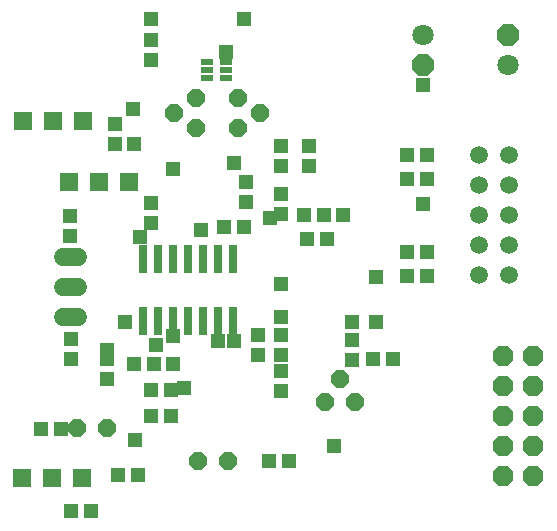
<source format=gts>
G75*
%MOIN*%
%OFA0B0*%
%FSLAX24Y24*%
%IPPOS*%
%LPD*%
%AMOC8*
5,1,8,0,0,1.08239X$1,22.5*
%
%ADD10R,0.0316X0.0946*%
%ADD11R,0.0595X0.0595*%
%ADD12R,0.0395X0.0237*%
%ADD13OC8,0.0600*%
%ADD14R,0.0513X0.0474*%
%ADD15C,0.0600*%
%ADD16R,0.0474X0.0513*%
%ADD17C,0.0595*%
%ADD18OC8,0.0680*%
%ADD19OC8,0.0710*%
%ADD20C,0.0710*%
%ADD21R,0.0476X0.0476*%
%ADD22R,0.0516X0.0516*%
D10*
X006547Y009338D03*
X007047Y009338D03*
X007547Y009338D03*
X008047Y009338D03*
X008547Y009338D03*
X009047Y009338D03*
X009547Y009338D03*
X009547Y011385D03*
X009047Y011385D03*
X008547Y011385D03*
X008047Y011385D03*
X007547Y011385D03*
X007047Y011385D03*
X006547Y011385D03*
D11*
X002523Y004110D03*
X003523Y004110D03*
X004523Y004110D03*
X004098Y013952D03*
X005098Y013952D03*
X006098Y013952D03*
X004535Y016003D03*
X003535Y016003D03*
X002535Y016003D03*
D12*
X008689Y017436D03*
X008689Y017692D03*
X008689Y017948D03*
X009319Y017948D03*
X009319Y017692D03*
X009319Y017436D03*
D13*
X009700Y016771D03*
X010450Y016271D03*
X009700Y015771D03*
X008319Y015771D03*
X007569Y016271D03*
X008319Y016771D03*
X013130Y007379D03*
X013630Y006629D03*
X012630Y006629D03*
X009378Y004661D03*
X008378Y004661D03*
X005362Y005763D03*
X004362Y005763D03*
D14*
X004153Y008066D03*
X004153Y008736D03*
X006811Y007023D03*
X007480Y007023D03*
X010374Y008184D03*
X010374Y008854D03*
X011161Y008854D03*
X011161Y008184D03*
X011161Y007673D03*
X011161Y007003D03*
X013523Y008027D03*
X013523Y008696D03*
X015354Y011629D03*
X016023Y011629D03*
X016023Y014070D03*
X015354Y014070D03*
X012598Y012850D03*
X011929Y012850D03*
X011161Y012909D03*
X011161Y013578D03*
X012067Y014484D03*
X012067Y015153D03*
X009980Y013972D03*
X009980Y013302D03*
X009921Y012456D03*
X009252Y012456D03*
X006830Y012594D03*
X006830Y013263D03*
X005614Y015232D03*
X005614Y015901D03*
X006830Y018027D03*
X006830Y018696D03*
X004122Y012830D03*
X004122Y012161D03*
D15*
X003877Y011472D02*
X004397Y011472D01*
X004397Y010472D02*
X003877Y010472D01*
X003877Y009472D02*
X004397Y009472D01*
D16*
X005334Y008066D03*
X005334Y007397D03*
X006260Y007889D03*
X006929Y007889D03*
X006811Y006157D03*
X007480Y006157D03*
X006378Y004188D03*
X005708Y004188D03*
X004803Y003007D03*
X004134Y003007D03*
X003819Y005724D03*
X003149Y005724D03*
X010748Y004661D03*
X011417Y004661D03*
X014212Y008047D03*
X014882Y008047D03*
X015354Y010842D03*
X016023Y010842D03*
X012677Y012062D03*
X012008Y012062D03*
X011161Y014484D03*
X011161Y015153D03*
X015354Y014858D03*
X016023Y014858D03*
D17*
X017748Y014850D03*
X018748Y014850D03*
X018748Y013850D03*
X017748Y013850D03*
X017748Y012850D03*
X018748Y012850D03*
X018748Y011850D03*
X018748Y010850D03*
X017748Y010850D03*
X017748Y011850D03*
D18*
X018535Y008157D03*
X019535Y008157D03*
X019535Y007157D03*
X018535Y007157D03*
X018535Y006157D03*
X019535Y006157D03*
X019535Y005157D03*
X018535Y005157D03*
X018535Y004157D03*
X019535Y004157D03*
D19*
X015886Y017862D03*
X018720Y018862D03*
D20*
X018720Y017862D03*
X015886Y018862D03*
D21*
X015886Y017180D03*
X015886Y013243D03*
X014311Y010802D03*
X014311Y009306D03*
X013523Y009306D03*
X011161Y009464D03*
X011161Y010566D03*
X009586Y008676D03*
X009035Y008676D03*
X007539Y008834D03*
X006988Y008519D03*
X007539Y007889D03*
X007933Y007102D03*
X006279Y005369D03*
X005334Y008362D03*
X005964Y009306D03*
X006437Y012141D03*
X008484Y012377D03*
X007539Y014385D03*
X006240Y015212D03*
X006200Y016393D03*
X006830Y019385D03*
X009311Y018283D03*
X009901Y019385D03*
X009586Y014582D03*
X010767Y012771D03*
X013208Y012850D03*
D22*
X012931Y005151D03*
M02*

</source>
